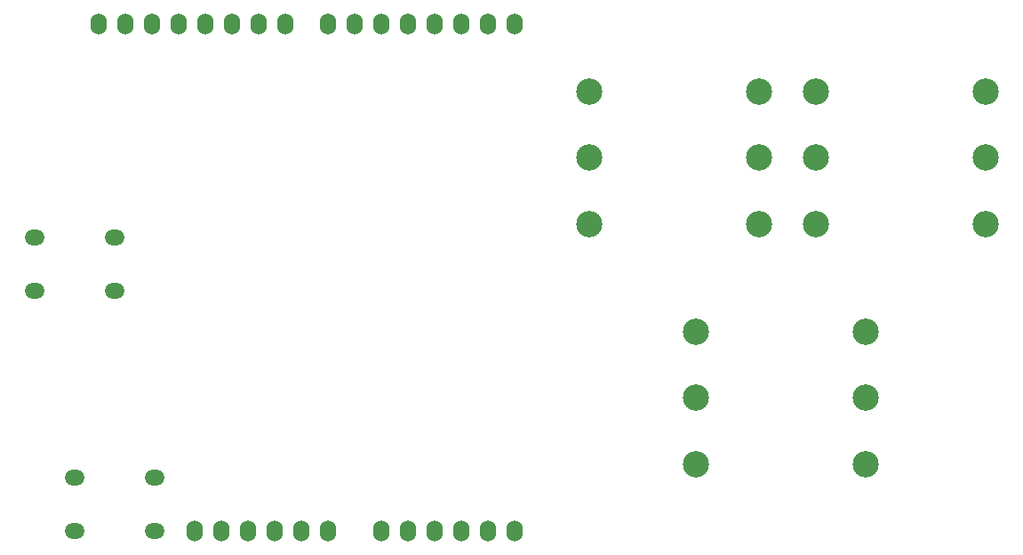
<source format=gbs>
G04 #@! TF.FileFunction,Soldermask,Bot*
%FSLAX46Y46*%
G04 Gerber Fmt 4.6, Leading zero omitted, Abs format (unit mm)*
G04 Created by KiCad (PCBNEW 0.201510170916+6271~30~ubuntu14.04.1-product) date Tue 27 Oct 2015 03:36:54 PM CET*
%MOMM*%
G01*
G04 APERTURE LIST*
%ADD10C,0.100000*%
%ADD11C,2.500000*%
%ADD12O,1.900000X1.500000*%
%ADD13O,1.524000X2.032000*%
G04 APERTURE END LIST*
D10*
D11*
X173510000Y-102820000D03*
X173510000Y-96520000D03*
X173510000Y-90220000D03*
X189710000Y-102820000D03*
X189710000Y-96520000D03*
X189710000Y-90220000D03*
X179550000Y-67360000D03*
X179550000Y-73660000D03*
X179550000Y-79960000D03*
X163350000Y-67360000D03*
X163350000Y-73660000D03*
X163350000Y-79960000D03*
X201140000Y-67360000D03*
X201140000Y-73660000D03*
X201140000Y-79960000D03*
X184940000Y-67360000D03*
X184940000Y-73660000D03*
X184940000Y-79960000D03*
D12*
X110490000Y-86360000D03*
X110490000Y-81280000D03*
X118110000Y-86360000D03*
X118110000Y-81280000D03*
X121920000Y-104140000D03*
X121920000Y-109220000D03*
X114300000Y-104140000D03*
X114300000Y-109220000D03*
D13*
X130810000Y-109220000D03*
X128270000Y-109220000D03*
X125730000Y-109220000D03*
X133350000Y-109220000D03*
X135890000Y-109220000D03*
X138430000Y-109220000D03*
X151130000Y-109220000D03*
X148590000Y-109220000D03*
X153670000Y-109220000D03*
X156210000Y-109220000D03*
X146050000Y-109220000D03*
X143510000Y-109220000D03*
X148590000Y-60960000D03*
X146050000Y-60960000D03*
X151130000Y-60960000D03*
X153670000Y-60960000D03*
X156210000Y-60960000D03*
X143510000Y-60960000D03*
X140970000Y-60960000D03*
X138430000Y-60960000D03*
X126746000Y-60960000D03*
X124206000Y-60960000D03*
X121666000Y-60960000D03*
X119126000Y-60960000D03*
X116586000Y-60960000D03*
X129286000Y-60960000D03*
X131826000Y-60960000D03*
X134366000Y-60960000D03*
M02*

</source>
